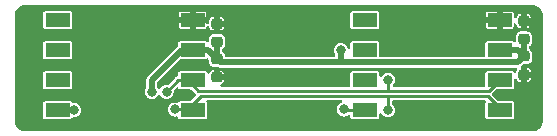
<source format=gbr>
%TF.GenerationSoftware,KiCad,Pcbnew,6.0.10-86aedd382b~118~ubuntu22.04.1*%
%TF.CreationDate,2023-03-14T18:26:23-07:00*%
%TF.ProjectId,pressure-spi-3,70726573-7375-4726-952d-7370692d332e,rev?*%
%TF.SameCoordinates,Original*%
%TF.FileFunction,Copper,L2,Bot*%
%TF.FilePolarity,Positive*%
%FSLAX46Y46*%
G04 Gerber Fmt 4.6, Leading zero omitted, Abs format (unit mm)*
G04 Created by KiCad (PCBNEW 6.0.10-86aedd382b~118~ubuntu22.04.1) date 2023-03-14 18:26:23*
%MOMM*%
%LPD*%
G01*
G04 APERTURE LIST*
G04 Aperture macros list*
%AMRoundRect*
0 Rectangle with rounded corners*
0 $1 Rounding radius*
0 $2 $3 $4 $5 $6 $7 $8 $9 X,Y pos of 4 corners*
0 Add a 4 corners polygon primitive as box body*
4,1,4,$2,$3,$4,$5,$6,$7,$8,$9,$2,$3,0*
0 Add four circle primitives for the rounded corners*
1,1,$1+$1,$2,$3*
1,1,$1+$1,$4,$5*
1,1,$1+$1,$6,$7*
1,1,$1+$1,$8,$9*
0 Add four rect primitives between the rounded corners*
20,1,$1+$1,$2,$3,$4,$5,0*
20,1,$1+$1,$4,$5,$6,$7,0*
20,1,$1+$1,$6,$7,$8,$9,0*
20,1,$1+$1,$8,$9,$2,$3,0*%
G04 Aperture macros list end*
%TA.AperFunction,SMDPad,CuDef*%
%ADD10RoundRect,0.225000X-0.250000X0.225000X-0.250000X-0.225000X0.250000X-0.225000X0.250000X0.225000X0*%
%TD*%
%TA.AperFunction,SMDPad,CuDef*%
%ADD11RoundRect,0.225000X0.250000X-0.225000X0.250000X0.225000X-0.250000X0.225000X-0.250000X-0.225000X0*%
%TD*%
%TA.AperFunction,SMDPad,CuDef*%
%ADD12R,2.032000X1.143000*%
%TD*%
%TA.AperFunction,ViaPad*%
%ADD13C,0.800000*%
%TD*%
%TA.AperFunction,Conductor*%
%ADD14C,0.500000*%
%TD*%
%TA.AperFunction,Conductor*%
%ADD15C,0.250000*%
%TD*%
G04 APERTURE END LIST*
D10*
%TO.P,C31,1*%
%TO.N,+3V3*%
X-5250000Y-4725000D03*
%TO.P,C31,2*%
%TO.N,GND*%
X-5250000Y-6275000D03*
%TD*%
%TO.P,C21,1*%
%TO.N,+3V3*%
X20750000Y-4500000D03*
%TO.P,C21,2*%
%TO.N,GND*%
X20750000Y-6050000D03*
%TD*%
D11*
%TO.P,C32,1*%
%TO.N,+3V3*%
X-5250000Y-3275000D03*
%TO.P,C32,2*%
%TO.N,GND*%
X-5250000Y-1725000D03*
%TD*%
D12*
%TO.P,U2,1,GND*%
%TO.N,GND*%
X18716000Y-1440000D03*
%TO.P,U2,2,VCC*%
%TO.N,+3V3*%
X18716000Y-3980000D03*
%TO.P,U2,3,MISO*%
%TO.N,/MISO*%
X18716000Y-6520000D03*
%TO.P,U2,4,SCLK*%
%TO.N,/SCLK*%
X18716000Y-9060000D03*
%TO.P,U2,5,SS*%
%TO.N,/!CS1*%
X7284000Y-9060000D03*
%TO.P,U2,6*%
%TO.N,N/C*%
X7284000Y-6520000D03*
%TO.P,U2,7*%
X7284000Y-3980000D03*
%TO.P,U2,8*%
X7284000Y-1440000D03*
%TD*%
D11*
%TO.P,C22,1*%
%TO.N,+3V3*%
X20750000Y-3050000D03*
%TO.P,C22,2*%
%TO.N,GND*%
X20750000Y-1500000D03*
%TD*%
D12*
%TO.P,U3,1,GND*%
%TO.N,GND*%
X-7284000Y-1440000D03*
%TO.P,U3,2,VCC*%
%TO.N,+3V3*%
X-7284000Y-3980000D03*
%TO.P,U3,3,MISO*%
%TO.N,/MISO*%
X-7284000Y-6520000D03*
%TO.P,U3,4,SCLK*%
%TO.N,/SCLK*%
X-7284000Y-9060000D03*
%TO.P,U3,5,SS*%
%TO.N,/!CS2*%
X-18716000Y-9060000D03*
%TO.P,U3,6*%
%TO.N,N/C*%
X-18716000Y-6520000D03*
%TO.P,U3,7*%
X-18716000Y-3980000D03*
%TO.P,U3,8*%
X-18716000Y-1440000D03*
%TD*%
D13*
%TO.N,+3V3*%
X5250000Y-4000000D03*
X-10750000Y-7500000D03*
%TO.N,GND*%
X-13000000Y-8750000D03*
X-13000000Y-1750000D03*
X21500000Y-1750000D03*
X-21750000Y-9500000D03*
X0Y-6250000D03*
X13000000Y-1750000D03*
X-21750000Y-1750000D03*
X0Y-1750000D03*
X21500000Y-9500000D03*
X13000000Y-9000000D03*
X0Y-8750000D03*
X13000000Y-6250000D03*
%TO.N,/!CS1*%
X5500000Y-9000000D03*
%TO.N,/MISO*%
X-9500000Y-7500000D03*
X9250000Y-6500000D03*
%TO.N,/SCLK*%
X9250000Y-9060000D03*
X-8750000Y-9000000D03*
%TO.N,/!CS2*%
X-17310000Y-9060000D03*
%TD*%
D14*
%TO.N,+3V3*%
X-7284000Y-3980000D02*
X-5995000Y-3980000D01*
X-5995000Y-3980000D02*
X-4973500Y-5001500D01*
X20248500Y-5001500D02*
X20750000Y-4500000D01*
X-4973500Y-5001500D02*
X20248500Y-5001500D01*
X-5250000Y-3275000D02*
X-5250000Y-4725000D01*
X18716000Y-3980000D02*
X20230000Y-3980000D01*
X20230000Y-3980000D02*
X20750000Y-4500000D01*
X20750000Y-4500000D02*
X20750000Y-3050000D01*
X5250000Y-4000000D02*
X5250000Y-5000000D01*
X5250000Y-5000000D02*
X5251500Y-5001500D01*
X-8230000Y-3980000D02*
X-7284000Y-3980000D01*
X-10750000Y-7500000D02*
X-10750000Y-6500000D01*
X-10750000Y-6500000D02*
X-8230000Y-3980000D01*
D15*
%TO.N,/!CS1*%
X7284000Y-9060000D02*
X5560000Y-9060000D01*
X5560000Y-9060000D02*
X5500000Y-9000000D01*
%TO.N,/MISO*%
X-6833500Y-7416500D02*
X17819500Y-7416500D01*
X-7284000Y-6520000D02*
X-7284000Y-6966000D01*
X-8520000Y-6520000D02*
X-7284000Y-6520000D01*
X9250000Y-7416500D02*
X9250000Y-6500000D01*
X9250000Y-6500000D02*
X9250000Y-6750000D01*
X-7284000Y-6966000D02*
X-6833500Y-7416500D01*
X17819500Y-7416500D02*
X18716000Y-6520000D01*
X-9500000Y-7500000D02*
X-8520000Y-6520000D01*
%TO.N,/SCLK*%
X9250000Y-9060000D02*
X9250000Y-7983000D01*
X9116500Y-7866500D02*
X9366500Y-7866500D01*
X-7284000Y-9060000D02*
X-7284000Y-8534000D01*
X-8750000Y-9000000D02*
X-7344000Y-9000000D01*
X-7344000Y-9000000D02*
X-7284000Y-9060000D01*
X9250000Y-7983000D02*
X9366500Y-7866500D01*
X18716000Y-8888000D02*
X18716000Y-9060000D01*
X17694500Y-7866500D02*
X18716000Y-8888000D01*
X-7284000Y-8534000D02*
X-6616500Y-7866500D01*
X-6616500Y-7866500D02*
X9116500Y-7866500D01*
X9366500Y-7866500D02*
X17694500Y-7866500D01*
%TO.N,/!CS2*%
X-17310000Y-9060000D02*
X-18716000Y-9060000D01*
%TD*%
%TA.AperFunction,Conductor*%
%TO.N,GND*%
G36*
X21471315Y-151516D02*
G01*
X21483978Y-151516D01*
X21500000Y-155809D01*
X21514178Y-152010D01*
X21516478Y-152123D01*
X21653379Y-165607D01*
X21677596Y-170423D01*
X21813219Y-211563D01*
X21836033Y-221013D01*
X21961017Y-287820D01*
X21981549Y-301539D01*
X22019781Y-332916D01*
X22091094Y-391441D01*
X22108559Y-408906D01*
X22198459Y-518448D01*
X22212180Y-538983D01*
X22278985Y-663964D01*
X22278986Y-663965D01*
X22288437Y-686781D01*
X22329577Y-822404D01*
X22334393Y-846621D01*
X22341435Y-918115D01*
X22347877Y-983522D01*
X22347990Y-985822D01*
X22344191Y-1000000D01*
X22348484Y-1016022D01*
X22348484Y-1028685D01*
X22349500Y-1036402D01*
X22349500Y-9963598D01*
X22348484Y-9971315D01*
X22348484Y-9983978D01*
X22344191Y-10000000D01*
X22347990Y-10014178D01*
X22347877Y-10016478D01*
X22334394Y-10153376D01*
X22329577Y-10177596D01*
X22288438Y-10313216D01*
X22278987Y-10336033D01*
X22212184Y-10461012D01*
X22212182Y-10461015D01*
X22198459Y-10481552D01*
X22108559Y-10591094D01*
X22091094Y-10608559D01*
X22019781Y-10667084D01*
X21981549Y-10698461D01*
X21961017Y-10712180D01*
X21836033Y-10778987D01*
X21813219Y-10788437D01*
X21677596Y-10829577D01*
X21653379Y-10834393D01*
X21517012Y-10847824D01*
X21516478Y-10847877D01*
X21514178Y-10847990D01*
X21500000Y-10844191D01*
X21483978Y-10848484D01*
X21471315Y-10848484D01*
X21463598Y-10849500D01*
X-21463598Y-10849500D01*
X-21471315Y-10848484D01*
X-21483978Y-10848484D01*
X-21500000Y-10844191D01*
X-21514178Y-10847990D01*
X-21516478Y-10847877D01*
X-21517012Y-10847824D01*
X-21653379Y-10834393D01*
X-21677602Y-10829575D01*
X-21813216Y-10788437D01*
X-21836036Y-10778985D01*
X-21961012Y-10712184D01*
X-21981549Y-10698461D01*
X-22091094Y-10608560D01*
X-22108560Y-10591094D01*
X-22198461Y-10481549D01*
X-22212184Y-10461012D01*
X-22278985Y-10336036D01*
X-22288437Y-10313216D01*
X-22329575Y-10177602D01*
X-22334394Y-10153376D01*
X-22347877Y-10016478D01*
X-22347990Y-10014178D01*
X-22344191Y-10000000D01*
X-22348484Y-9983978D01*
X-22348484Y-9971315D01*
X-22349500Y-9963598D01*
X-22349500Y-9651248D01*
X-19932500Y-9651248D01*
X-19920867Y-9709731D01*
X-19876552Y-9776052D01*
X-19810231Y-9820367D01*
X-19798062Y-9822788D01*
X-19798061Y-9822788D01*
X-19757816Y-9830793D01*
X-19751748Y-9832000D01*
X-17680252Y-9832000D01*
X-17674184Y-9830793D01*
X-17633939Y-9822788D01*
X-17633938Y-9822788D01*
X-17621769Y-9820367D01*
X-17555448Y-9776052D01*
X-17548557Y-9765739D01*
X-17548555Y-9765737D01*
X-17511347Y-9710052D01*
X-17456870Y-9664524D01*
X-17390136Y-9655132D01*
X-17348214Y-9660651D01*
X-17310000Y-9665682D01*
X-17301812Y-9664604D01*
X-17161426Y-9646122D01*
X-17153238Y-9645044D01*
X-17007159Y-9584536D01*
X-16881718Y-9488282D01*
X-16785464Y-9362841D01*
X-16724956Y-9216762D01*
X-16704318Y-9060000D01*
X-16724956Y-8903238D01*
X-16785464Y-8757159D01*
X-16881718Y-8631718D01*
X-17007159Y-8535464D01*
X-17134947Y-8482532D01*
X-17145609Y-8478116D01*
X-17153238Y-8474956D01*
X-17310000Y-8454318D01*
X-17318188Y-8455396D01*
X-17373546Y-8462684D01*
X-17390136Y-8464868D01*
X-17460285Y-8453929D01*
X-17511347Y-8409948D01*
X-17548555Y-8354263D01*
X-17548557Y-8354261D01*
X-17555448Y-8343948D01*
X-17621769Y-8299633D01*
X-17633938Y-8297212D01*
X-17633939Y-8297212D01*
X-17674184Y-8289207D01*
X-17680252Y-8288000D01*
X-19751748Y-8288000D01*
X-19757816Y-8289207D01*
X-19798061Y-8297212D01*
X-19798062Y-8297212D01*
X-19810231Y-8299633D01*
X-19876552Y-8343948D01*
X-19920867Y-8410269D01*
X-19932500Y-8468752D01*
X-19932500Y-9651248D01*
X-22349500Y-9651248D01*
X-22349500Y-7500000D01*
X-11355682Y-7500000D01*
X-11335044Y-7656762D01*
X-11274536Y-7802841D01*
X-11178282Y-7928282D01*
X-11052841Y-8024536D01*
X-10906762Y-8085044D01*
X-10750000Y-8105682D01*
X-10741812Y-8104604D01*
X-10601426Y-8086122D01*
X-10593238Y-8085044D01*
X-10447159Y-8024536D01*
X-10321718Y-7928282D01*
X-10225464Y-7802841D01*
X-10222799Y-7804886D01*
X-10182750Y-7766691D01*
X-10113038Y-7753246D01*
X-10047124Y-7779625D01*
X-10026020Y-7803980D01*
X-10024536Y-7802841D01*
X-9928282Y-7928282D01*
X-9802841Y-8024536D01*
X-9656762Y-8085044D01*
X-9500000Y-8105682D01*
X-9491812Y-8104604D01*
X-9351426Y-8086122D01*
X-9343238Y-8085044D01*
X-9197159Y-8024536D01*
X-9071718Y-7928282D01*
X-8975464Y-7802841D01*
X-8914956Y-7656762D01*
X-8894318Y-7500000D01*
X-8903118Y-7433158D01*
X-8892179Y-7363011D01*
X-8867291Y-7327617D01*
X-8684948Y-7145275D01*
X-8622636Y-7111250D01*
X-8551820Y-7116315D01*
X-8494985Y-7158862D01*
X-8488905Y-7169540D01*
X-8488867Y-7169731D01*
X-8444552Y-7236052D01*
X-8378231Y-7280367D01*
X-8366062Y-7282788D01*
X-8366061Y-7282788D01*
X-8325816Y-7290793D01*
X-8319748Y-7292000D01*
X-7470517Y-7292000D01*
X-7402396Y-7312002D01*
X-7381421Y-7328905D01*
X-7077599Y-7632728D01*
X-7070173Y-7640832D01*
X-7045955Y-7669694D01*
X-7048784Y-7672068D01*
X-7020371Y-7714790D01*
X-7019258Y-7785778D01*
X-7051601Y-7841275D01*
X-7461421Y-8251095D01*
X-7523733Y-8285121D01*
X-7550516Y-8288000D01*
X-8319748Y-8288000D01*
X-8325816Y-8289207D01*
X-8366061Y-8297212D01*
X-8366062Y-8297212D01*
X-8378231Y-8299633D01*
X-8444552Y-8343948D01*
X-8451443Y-8354261D01*
X-8451445Y-8354263D01*
X-8457842Y-8363837D01*
X-8512318Y-8409365D01*
X-8582762Y-8418213D01*
X-8588181Y-8417051D01*
X-8593238Y-8414956D01*
X-8601422Y-8413879D01*
X-8601424Y-8413878D01*
X-8741812Y-8395396D01*
X-8750000Y-8394318D01*
X-8906762Y-8414956D01*
X-9052841Y-8475464D01*
X-9178282Y-8571718D01*
X-9274536Y-8697159D01*
X-9335044Y-8843238D01*
X-9355682Y-9000000D01*
X-9335044Y-9156762D01*
X-9274536Y-9302841D01*
X-9178282Y-9428282D01*
X-9052841Y-9524536D01*
X-8906762Y-9585044D01*
X-8750000Y-9605682D01*
X-8632700Y-9590239D01*
X-8562553Y-9601178D01*
X-8509454Y-9648306D01*
X-8492676Y-9690582D01*
X-8488867Y-9709731D01*
X-8444552Y-9776052D01*
X-8378231Y-9820367D01*
X-8366062Y-9822788D01*
X-8366061Y-9822788D01*
X-8325816Y-9830793D01*
X-8319748Y-9832000D01*
X-6248252Y-9832000D01*
X-6242184Y-9830793D01*
X-6201939Y-9822788D01*
X-6201938Y-9822788D01*
X-6189769Y-9820367D01*
X-6123448Y-9776052D01*
X-6079133Y-9709731D01*
X-6067500Y-9651248D01*
X-6067500Y-8468752D01*
X-6079133Y-8410269D01*
X-6086027Y-8399952D01*
X-6086028Y-8399949D01*
X-6094010Y-8388003D01*
X-6115226Y-8320250D01*
X-6096444Y-8251783D01*
X-6043627Y-8204339D01*
X-5989246Y-8192000D01*
X5248056Y-8192000D01*
X5316177Y-8212002D01*
X5362670Y-8265658D01*
X5372774Y-8335932D01*
X5343280Y-8400512D01*
X5296273Y-8434409D01*
X5197159Y-8475464D01*
X5071718Y-8571718D01*
X4975464Y-8697159D01*
X4914956Y-8843238D01*
X4894318Y-9000000D01*
X4914956Y-9156762D01*
X4975464Y-9302841D01*
X5071718Y-9428282D01*
X5197159Y-9524536D01*
X5343238Y-9585044D01*
X5500000Y-9605682D01*
X5508188Y-9604604D01*
X5648574Y-9586122D01*
X5656762Y-9585044D01*
X5802841Y-9524536D01*
X5809394Y-9519508D01*
X5809397Y-9519506D01*
X5864796Y-9476997D01*
X5931016Y-9451396D01*
X6000565Y-9465661D01*
X6051361Y-9515262D01*
X6067500Y-9576959D01*
X6067500Y-9651248D01*
X6079133Y-9709731D01*
X6123448Y-9776052D01*
X6189769Y-9820367D01*
X6201938Y-9822788D01*
X6201939Y-9822788D01*
X6242184Y-9830793D01*
X6248252Y-9832000D01*
X8319748Y-9832000D01*
X8325816Y-9830793D01*
X8366061Y-9822788D01*
X8366062Y-9822788D01*
X8378231Y-9820367D01*
X8444552Y-9776052D01*
X8488867Y-9709731D01*
X8500500Y-9651248D01*
X8500500Y-9440847D01*
X8520502Y-9372726D01*
X8574158Y-9326233D01*
X8644432Y-9316129D01*
X8709012Y-9345623D01*
X8726463Y-9364143D01*
X8775679Y-9428282D01*
X8821718Y-9488282D01*
X8947159Y-9584536D01*
X9093238Y-9645044D01*
X9250000Y-9665682D01*
X9258188Y-9664604D01*
X9398574Y-9646122D01*
X9406762Y-9645044D01*
X9552841Y-9584536D01*
X9678282Y-9488282D01*
X9774536Y-9362841D01*
X9835044Y-9216762D01*
X9855682Y-9060000D01*
X9835044Y-8903238D01*
X9774536Y-8757159D01*
X9678282Y-8631718D01*
X9624796Y-8590677D01*
X9582929Y-8533339D01*
X9575500Y-8490714D01*
X9575500Y-8318000D01*
X9595502Y-8249879D01*
X9649158Y-8203386D01*
X9701500Y-8192000D01*
X17421246Y-8192000D01*
X17489367Y-8212002D01*
X17535860Y-8265658D01*
X17545964Y-8335932D01*
X17526010Y-8388003D01*
X17518028Y-8399949D01*
X17518027Y-8399952D01*
X17511133Y-8410269D01*
X17499500Y-8468752D01*
X17499500Y-9651248D01*
X17511133Y-9709731D01*
X17555448Y-9776052D01*
X17621769Y-9820367D01*
X17633938Y-9822788D01*
X17633939Y-9822788D01*
X17674184Y-9830793D01*
X17680252Y-9832000D01*
X19751748Y-9832000D01*
X19757816Y-9830793D01*
X19798061Y-9822788D01*
X19798062Y-9822788D01*
X19810231Y-9820367D01*
X19876552Y-9776052D01*
X19920867Y-9709731D01*
X19932500Y-9651248D01*
X19932500Y-8468752D01*
X19920867Y-8410269D01*
X19876552Y-8343948D01*
X19810231Y-8299633D01*
X19798062Y-8297212D01*
X19798061Y-8297212D01*
X19757816Y-8289207D01*
X19751748Y-8288000D01*
X18628517Y-8288000D01*
X18560396Y-8267998D01*
X18539422Y-8251095D01*
X18081422Y-7793095D01*
X18047396Y-7730783D01*
X18052461Y-7659968D01*
X18081421Y-7614905D01*
X18367422Y-7328904D01*
X18429733Y-7294880D01*
X18456516Y-7292000D01*
X19751748Y-7292000D01*
X19757816Y-7290793D01*
X19798061Y-7282788D01*
X19798062Y-7282788D01*
X19810231Y-7280367D01*
X19876552Y-7236052D01*
X19920867Y-7169731D01*
X19932500Y-7111248D01*
X19932500Y-6512601D01*
X19952502Y-6444480D01*
X20006158Y-6397987D01*
X20076432Y-6387883D01*
X20141012Y-6417377D01*
X20171603Y-6457070D01*
X20186281Y-6486966D01*
X20198241Y-6503671D01*
X20271855Y-6577157D01*
X20288582Y-6589089D01*
X20382598Y-6635044D01*
X20401065Y-6640752D01*
X20459931Y-6649340D01*
X20469031Y-6650000D01*
X20477885Y-6650000D01*
X20493124Y-6645525D01*
X20494329Y-6644135D01*
X20496000Y-6636452D01*
X20496000Y-6631885D01*
X21004000Y-6631885D01*
X21008475Y-6647124D01*
X21009865Y-6648329D01*
X21017548Y-6650000D01*
X21030936Y-6650000D01*
X21040097Y-6649330D01*
X21099565Y-6640576D01*
X21118039Y-6634835D01*
X21211966Y-6588719D01*
X21228671Y-6576759D01*
X21302157Y-6503145D01*
X21314089Y-6486418D01*
X21360044Y-6392402D01*
X21365752Y-6373935D01*
X21373872Y-6318274D01*
X21370525Y-6306876D01*
X21369135Y-6305671D01*
X21361452Y-6304000D01*
X21022115Y-6304000D01*
X21006876Y-6308475D01*
X21005671Y-6309865D01*
X21004000Y-6317548D01*
X21004000Y-6631885D01*
X20496000Y-6631885D01*
X20496000Y-5777885D01*
X21004000Y-5777885D01*
X21008475Y-5793124D01*
X21009865Y-5794329D01*
X21017548Y-5796000D01*
X21356885Y-5796000D01*
X21372124Y-5791525D01*
X21373329Y-5790135D01*
X21374364Y-5785375D01*
X21374330Y-5784903D01*
X21365576Y-5725435D01*
X21359835Y-5706961D01*
X21313719Y-5613034D01*
X21301759Y-5596329D01*
X21228145Y-5522843D01*
X21211418Y-5510911D01*
X21117402Y-5464956D01*
X21098935Y-5459248D01*
X21040069Y-5450660D01*
X21030969Y-5450000D01*
X21022115Y-5450000D01*
X21006876Y-5454475D01*
X21005671Y-5455865D01*
X21004000Y-5463548D01*
X21004000Y-5777885D01*
X20496000Y-5777885D01*
X20496000Y-5450000D01*
X20499582Y-5450000D01*
X20499585Y-5409307D01*
X20531383Y-5355720D01*
X20558555Y-5328548D01*
X20562121Y-5325118D01*
X20597141Y-5292746D01*
X20604056Y-5286354D01*
X20607749Y-5279995D01*
X20613266Y-5273837D01*
X20699698Y-5187405D01*
X20762010Y-5153379D01*
X20788793Y-5150500D01*
X21033488Y-5150500D01*
X21093851Y-5140940D01*
X21123335Y-5136270D01*
X21123337Y-5136269D01*
X21133126Y-5134719D01*
X21253220Y-5073528D01*
X21348528Y-4978220D01*
X21409719Y-4858126D01*
X21425500Y-4758488D01*
X21425500Y-4241512D01*
X21413285Y-4164391D01*
X21411270Y-4151665D01*
X21411269Y-4151663D01*
X21409719Y-4141874D01*
X21348528Y-4021780D01*
X21253220Y-3926472D01*
X21250218Y-3924942D01*
X21209086Y-3871602D01*
X21200500Y-3825887D01*
X21200500Y-3724113D01*
X21220502Y-3655992D01*
X21249255Y-3625548D01*
X21253220Y-3623528D01*
X21348528Y-3528220D01*
X21409719Y-3408126D01*
X21425500Y-3308488D01*
X21425500Y-2791512D01*
X21409719Y-2691874D01*
X21348528Y-2571780D01*
X21253220Y-2476472D01*
X21133126Y-2415281D01*
X21123337Y-2413731D01*
X21123335Y-2413730D01*
X21093851Y-2409060D01*
X21033488Y-2399500D01*
X20466512Y-2399500D01*
X20406149Y-2409060D01*
X20376665Y-2413730D01*
X20376663Y-2413731D01*
X20366874Y-2415281D01*
X20246780Y-2476472D01*
X20151472Y-2571780D01*
X20090281Y-2691874D01*
X20074500Y-2791512D01*
X20074500Y-3161128D01*
X20054498Y-3229249D01*
X20000842Y-3275742D01*
X19930568Y-3285846D01*
X19877971Y-3261825D01*
X19876552Y-3263948D01*
X19820547Y-3226526D01*
X19810231Y-3219633D01*
X19798062Y-3217212D01*
X19798061Y-3217212D01*
X19757816Y-3209207D01*
X19751748Y-3208000D01*
X17680252Y-3208000D01*
X17674184Y-3209207D01*
X17633939Y-3217212D01*
X17633938Y-3217212D01*
X17621769Y-3219633D01*
X17555448Y-3263948D01*
X17511133Y-3330269D01*
X17499500Y-3388752D01*
X17499500Y-4425000D01*
X17479498Y-4493121D01*
X17425842Y-4539614D01*
X17373500Y-4551000D01*
X8626500Y-4551000D01*
X8558379Y-4530998D01*
X8511886Y-4477342D01*
X8500500Y-4425000D01*
X8500500Y-3388752D01*
X8488867Y-3330269D01*
X8444552Y-3263948D01*
X8378231Y-3219633D01*
X8366062Y-3217212D01*
X8366061Y-3217212D01*
X8325816Y-3209207D01*
X8319748Y-3208000D01*
X6248252Y-3208000D01*
X6242184Y-3209207D01*
X6201939Y-3217212D01*
X6201938Y-3217212D01*
X6189769Y-3219633D01*
X6123448Y-3263948D01*
X6079133Y-3330269D01*
X6067500Y-3388752D01*
X6067500Y-3770991D01*
X6047498Y-3839112D01*
X5993842Y-3885605D01*
X5923568Y-3895709D01*
X5858988Y-3866215D01*
X5825091Y-3819209D01*
X5794099Y-3744388D01*
X5774536Y-3697159D01*
X5678282Y-3571718D01*
X5552841Y-3475464D01*
X5406762Y-3414956D01*
X5250000Y-3394318D01*
X5093238Y-3414956D01*
X4947159Y-3475464D01*
X4821718Y-3571718D01*
X4725464Y-3697159D01*
X4664956Y-3843238D01*
X4644318Y-4000000D01*
X4664956Y-4156762D01*
X4725464Y-4302841D01*
X4730492Y-4309394D01*
X4730494Y-4309397D01*
X4760342Y-4348296D01*
X4785943Y-4414516D01*
X4771678Y-4484065D01*
X4722077Y-4534861D01*
X4660380Y-4551000D01*
X-4453504Y-4551000D01*
X-4521625Y-4530998D01*
X-4568118Y-4477342D01*
X-4577953Y-4444710D01*
X-4588730Y-4376666D01*
X-4588730Y-4376665D01*
X-4590281Y-4366874D01*
X-4651472Y-4246780D01*
X-4746780Y-4151472D01*
X-4749782Y-4149942D01*
X-4790914Y-4096602D01*
X-4799500Y-4050887D01*
X-4799500Y-3949113D01*
X-4779498Y-3880992D01*
X-4750745Y-3850548D01*
X-4746780Y-3848528D01*
X-4651472Y-3753220D01*
X-4590281Y-3633126D01*
X-4588546Y-3622176D01*
X-4580555Y-3571718D01*
X-4574500Y-3533488D01*
X-4574500Y-3016512D01*
X-4590281Y-2916874D01*
X-4651472Y-2796780D01*
X-4746780Y-2701472D01*
X-4866874Y-2640281D01*
X-4876663Y-2638731D01*
X-4876665Y-2638730D01*
X-4906149Y-2634060D01*
X-4966512Y-2624500D01*
X-5533488Y-2624500D01*
X-5593851Y-2634060D01*
X-5623335Y-2638730D01*
X-5623337Y-2638731D01*
X-5633126Y-2640281D01*
X-5753220Y-2701472D01*
X-5848528Y-2796780D01*
X-5909719Y-2916874D01*
X-5925500Y-3016512D01*
X-5925500Y-3161128D01*
X-5945502Y-3229249D01*
X-5999158Y-3275742D01*
X-6069432Y-3285846D01*
X-6122029Y-3261825D01*
X-6123448Y-3263948D01*
X-6179453Y-3226526D01*
X-6189769Y-3219633D01*
X-6201938Y-3217212D01*
X-6201939Y-3217212D01*
X-6242184Y-3209207D01*
X-6248252Y-3208000D01*
X-8319748Y-3208000D01*
X-8325816Y-3209207D01*
X-8366061Y-3217212D01*
X-8366062Y-3217212D01*
X-8378231Y-3219633D01*
X-8444552Y-3263948D01*
X-8488867Y-3330269D01*
X-8500500Y-3388752D01*
X-8500500Y-3561207D01*
X-8520502Y-3629328D01*
X-8537405Y-3650302D01*
X-8540055Y-3652952D01*
X-8543620Y-3656381D01*
X-8585556Y-3695146D01*
X-8589249Y-3701505D01*
X-8594766Y-3707663D01*
X-11044350Y-6157247D01*
X-11055439Y-6167101D01*
X-11074709Y-6182293D01*
X-11074711Y-6182295D01*
X-11082110Y-6188128D01*
X-11087465Y-6195875D01*
X-11087466Y-6195877D01*
X-11115455Y-6236375D01*
X-11117750Y-6239587D01*
X-11152634Y-6286816D01*
X-11155027Y-6293632D01*
X-11159131Y-6299569D01*
X-11161971Y-6308549D01*
X-11161972Y-6308551D01*
X-11164817Y-6317548D01*
X-11175531Y-6351426D01*
X-11176818Y-6355495D01*
X-11178071Y-6359250D01*
X-11197519Y-6414631D01*
X-11197801Y-6421819D01*
X-11197812Y-6421878D01*
X-11199980Y-6428730D01*
X-11200500Y-6435337D01*
X-11200500Y-6488016D01*
X-11200597Y-6492962D01*
X-11202838Y-6549994D01*
X-11200954Y-6557100D01*
X-11200500Y-6565347D01*
X-11200500Y-7057901D01*
X-11220502Y-7126022D01*
X-11226537Y-7134605D01*
X-11274536Y-7197159D01*
X-11335044Y-7343238D01*
X-11355682Y-7500000D01*
X-22349500Y-7500000D01*
X-22349500Y-7111248D01*
X-19932500Y-7111248D01*
X-19920867Y-7169731D01*
X-19876552Y-7236052D01*
X-19810231Y-7280367D01*
X-19798062Y-7282788D01*
X-19798061Y-7282788D01*
X-19757816Y-7290793D01*
X-19751748Y-7292000D01*
X-17680252Y-7292000D01*
X-17674184Y-7290793D01*
X-17633939Y-7282788D01*
X-17633938Y-7282788D01*
X-17621769Y-7280367D01*
X-17555448Y-7236052D01*
X-17511133Y-7169731D01*
X-17499500Y-7111248D01*
X-17499500Y-5928752D01*
X-17506349Y-5894318D01*
X-17508712Y-5882439D01*
X-17508712Y-5882438D01*
X-17511133Y-5870269D01*
X-17527153Y-5846293D01*
X-17548557Y-5814261D01*
X-17555448Y-5803948D01*
X-17621769Y-5759633D01*
X-17633938Y-5757212D01*
X-17633939Y-5757212D01*
X-17674184Y-5749207D01*
X-17680252Y-5748000D01*
X-19751748Y-5748000D01*
X-19757816Y-5749207D01*
X-19798061Y-5757212D01*
X-19798062Y-5757212D01*
X-19810231Y-5759633D01*
X-19876552Y-5803948D01*
X-19883443Y-5814261D01*
X-19904846Y-5846293D01*
X-19920867Y-5870269D01*
X-19923288Y-5882438D01*
X-19923288Y-5882439D01*
X-19925651Y-5894318D01*
X-19932500Y-5928752D01*
X-19932500Y-7111248D01*
X-22349500Y-7111248D01*
X-22349500Y-4571248D01*
X-19932500Y-4571248D01*
X-19920867Y-4629731D01*
X-19876552Y-4696052D01*
X-19810231Y-4740367D01*
X-19798062Y-4742788D01*
X-19798061Y-4742788D01*
X-19757816Y-4750793D01*
X-19751748Y-4752000D01*
X-17680252Y-4752000D01*
X-17674184Y-4750793D01*
X-17633939Y-4742788D01*
X-17633938Y-4742788D01*
X-17621769Y-4740367D01*
X-17555448Y-4696052D01*
X-17511133Y-4629731D01*
X-17499500Y-4571248D01*
X-17499500Y-3388752D01*
X-17511133Y-3330269D01*
X-17555448Y-3263948D01*
X-17621769Y-3219633D01*
X-17633938Y-3217212D01*
X-17633939Y-3217212D01*
X-17674184Y-3209207D01*
X-17680252Y-3208000D01*
X-19751748Y-3208000D01*
X-19757816Y-3209207D01*
X-19798061Y-3217212D01*
X-19798062Y-3217212D01*
X-19810231Y-3219633D01*
X-19876552Y-3263948D01*
X-19920867Y-3330269D01*
X-19932500Y-3388752D01*
X-19932500Y-4571248D01*
X-22349500Y-4571248D01*
X-22349500Y-2031248D01*
X-19932500Y-2031248D01*
X-19920867Y-2089731D01*
X-19913974Y-2100047D01*
X-19897863Y-2124158D01*
X-19876552Y-2156052D01*
X-19810231Y-2200367D01*
X-19798062Y-2202788D01*
X-19798061Y-2202788D01*
X-19757816Y-2210793D01*
X-19751748Y-2212000D01*
X-17680252Y-2212000D01*
X-17674184Y-2210793D01*
X-17633939Y-2202788D01*
X-17633938Y-2202788D01*
X-17621769Y-2200367D01*
X-17555448Y-2156052D01*
X-17534137Y-2124158D01*
X-17518026Y-2100047D01*
X-17511133Y-2089731D01*
X-17499500Y-2031248D01*
X-17499500Y-2020086D01*
X-8449999Y-2020086D01*
X-8448791Y-2032346D01*
X-8443718Y-2057852D01*
X-8434401Y-2080348D01*
X-8415037Y-2109328D01*
X-8397828Y-2126537D01*
X-8368844Y-2145904D01*
X-8346358Y-2155218D01*
X-8320842Y-2160293D01*
X-8308588Y-2161500D01*
X-7556115Y-2161500D01*
X-7540876Y-2157025D01*
X-7539671Y-2155635D01*
X-7538000Y-2147952D01*
X-7538000Y-2143384D01*
X-7030000Y-2143384D01*
X-7025525Y-2158623D01*
X-7024135Y-2159828D01*
X-7016452Y-2161499D01*
X-6259414Y-2161499D01*
X-6247154Y-2160291D01*
X-6221648Y-2155218D01*
X-6199152Y-2145901D01*
X-6170172Y-2126537D01*
X-6152963Y-2109328D01*
X-6133596Y-2080344D01*
X-6124282Y-2057858D01*
X-6119208Y-2032348D01*
X-6119143Y-2031687D01*
X-6119012Y-2031362D01*
X-6118000Y-2026275D01*
X-6117035Y-2026467D01*
X-6092564Y-1965853D01*
X-6034612Y-1924840D01*
X-5963686Y-1921669D01*
X-5902305Y-1957346D01*
X-5869093Y-2025679D01*
X-5865578Y-2049559D01*
X-5859835Y-2068039D01*
X-5813719Y-2161966D01*
X-5801759Y-2178671D01*
X-5728145Y-2252157D01*
X-5711418Y-2264089D01*
X-5617402Y-2310044D01*
X-5598935Y-2315752D01*
X-5540069Y-2324340D01*
X-5530969Y-2325000D01*
X-5522115Y-2325000D01*
X-5506876Y-2320525D01*
X-5505671Y-2319135D01*
X-5504000Y-2311452D01*
X-5504000Y-2306885D01*
X-4996000Y-2306885D01*
X-4991525Y-2322124D01*
X-4990135Y-2323329D01*
X-4982452Y-2325000D01*
X-4969064Y-2325000D01*
X-4959903Y-2324330D01*
X-4900435Y-2315576D01*
X-4881961Y-2309835D01*
X-4788034Y-2263719D01*
X-4771329Y-2251759D01*
X-4697843Y-2178145D01*
X-4685911Y-2161418D01*
X-4639956Y-2067402D01*
X-4634248Y-2048935D01*
X-4631668Y-2031248D01*
X6067500Y-2031248D01*
X6079133Y-2089731D01*
X6086026Y-2100047D01*
X6102137Y-2124158D01*
X6123448Y-2156052D01*
X6189769Y-2200367D01*
X6201938Y-2202788D01*
X6201939Y-2202788D01*
X6242184Y-2210793D01*
X6248252Y-2212000D01*
X8319748Y-2212000D01*
X8325816Y-2210793D01*
X8366061Y-2202788D01*
X8366062Y-2202788D01*
X8378231Y-2200367D01*
X8444552Y-2156052D01*
X8465863Y-2124158D01*
X8481974Y-2100047D01*
X8488867Y-2089731D01*
X8500500Y-2031248D01*
X8500500Y-2020086D01*
X17550001Y-2020086D01*
X17551209Y-2032346D01*
X17556282Y-2057852D01*
X17565599Y-2080348D01*
X17584963Y-2109328D01*
X17602172Y-2126537D01*
X17631156Y-2145904D01*
X17653642Y-2155218D01*
X17679158Y-2160293D01*
X17691412Y-2161500D01*
X18443885Y-2161500D01*
X18459124Y-2157025D01*
X18460329Y-2155635D01*
X18462000Y-2147952D01*
X18462000Y-2143384D01*
X18970000Y-2143384D01*
X18974475Y-2158623D01*
X18975865Y-2159828D01*
X18983548Y-2161499D01*
X19740586Y-2161499D01*
X19752846Y-2160291D01*
X19778352Y-2155218D01*
X19800848Y-2145901D01*
X19829828Y-2126537D01*
X19847037Y-2109328D01*
X19866404Y-2080344D01*
X19875718Y-2057858D01*
X19880793Y-2032342D01*
X19882000Y-2020088D01*
X19882000Y-1830908D01*
X19902002Y-1762787D01*
X19955658Y-1716294D01*
X20025932Y-1706190D01*
X20090512Y-1735684D01*
X20128896Y-1795410D01*
X20132657Y-1812559D01*
X20134424Y-1824564D01*
X20140165Y-1843039D01*
X20186281Y-1936966D01*
X20198241Y-1953671D01*
X20271855Y-2027157D01*
X20288582Y-2039089D01*
X20382598Y-2085044D01*
X20401065Y-2090752D01*
X20459931Y-2099340D01*
X20469031Y-2100000D01*
X20477885Y-2100000D01*
X20493124Y-2095525D01*
X20494329Y-2094135D01*
X20496000Y-2086452D01*
X20496000Y-2081885D01*
X21004000Y-2081885D01*
X21008475Y-2097124D01*
X21009865Y-2098329D01*
X21017548Y-2100000D01*
X21030936Y-2100000D01*
X21040097Y-2099330D01*
X21099565Y-2090576D01*
X21118039Y-2084835D01*
X21211966Y-2038719D01*
X21228671Y-2026759D01*
X21302157Y-1953145D01*
X21314089Y-1936418D01*
X21360044Y-1842402D01*
X21365752Y-1823935D01*
X21373872Y-1768274D01*
X21370525Y-1756876D01*
X21369135Y-1755671D01*
X21361452Y-1754000D01*
X21022115Y-1754000D01*
X21006876Y-1758475D01*
X21005671Y-1759865D01*
X21004000Y-1767548D01*
X21004000Y-2081885D01*
X20496000Y-2081885D01*
X20496000Y-1227885D01*
X21004000Y-1227885D01*
X21008475Y-1243124D01*
X21009865Y-1244329D01*
X21017548Y-1246000D01*
X21356885Y-1246000D01*
X21372124Y-1241525D01*
X21373329Y-1240135D01*
X21374364Y-1235375D01*
X21374330Y-1234903D01*
X21365576Y-1175435D01*
X21359835Y-1156961D01*
X21313719Y-1063034D01*
X21301759Y-1046329D01*
X21228145Y-972843D01*
X21211418Y-960911D01*
X21117402Y-914956D01*
X21098935Y-909248D01*
X21040069Y-900660D01*
X21030969Y-900000D01*
X21022115Y-900000D01*
X21006876Y-904475D01*
X21005671Y-905865D01*
X21004000Y-913548D01*
X21004000Y-1227885D01*
X20496000Y-1227885D01*
X20496000Y-918115D01*
X20491525Y-902876D01*
X20490135Y-901671D01*
X20482452Y-900000D01*
X20469064Y-900000D01*
X20459903Y-900670D01*
X20400435Y-909424D01*
X20381961Y-915165D01*
X20288034Y-961281D01*
X20271329Y-973241D01*
X20197843Y-1046855D01*
X20185911Y-1063582D01*
X20139956Y-1157598D01*
X20134248Y-1176065D01*
X20132679Y-1186820D01*
X20103052Y-1251339D01*
X20043246Y-1289599D01*
X19972250Y-1289451D01*
X19912603Y-1250944D01*
X19883245Y-1186302D01*
X19881999Y-1168629D01*
X19881999Y-859914D01*
X19880791Y-847654D01*
X19875718Y-822148D01*
X19866401Y-799652D01*
X19847037Y-770672D01*
X19829828Y-753463D01*
X19800844Y-734096D01*
X19778358Y-724782D01*
X19752842Y-719707D01*
X19740588Y-718500D01*
X18988115Y-718500D01*
X18972876Y-722975D01*
X18971671Y-724365D01*
X18970000Y-732048D01*
X18970000Y-2143384D01*
X18462000Y-2143384D01*
X18462000Y-1712115D01*
X18457525Y-1696876D01*
X18456135Y-1695671D01*
X18448452Y-1694000D01*
X17568116Y-1694000D01*
X17552877Y-1698475D01*
X17551672Y-1699865D01*
X17550001Y-1707548D01*
X17550001Y-2020086D01*
X8500500Y-2020086D01*
X8500500Y-1167885D01*
X17550000Y-1167885D01*
X17554475Y-1183124D01*
X17555865Y-1184329D01*
X17563548Y-1186000D01*
X18443885Y-1186000D01*
X18459124Y-1181525D01*
X18460329Y-1180135D01*
X18462000Y-1172452D01*
X18462000Y-736616D01*
X18457525Y-721377D01*
X18456135Y-720172D01*
X18448452Y-718501D01*
X17691414Y-718501D01*
X17679154Y-719709D01*
X17653648Y-724782D01*
X17631152Y-734099D01*
X17602172Y-753463D01*
X17584963Y-770672D01*
X17565596Y-799656D01*
X17556282Y-822142D01*
X17551207Y-847658D01*
X17550000Y-859912D01*
X17550000Y-1167885D01*
X8500500Y-1167885D01*
X8500500Y-848752D01*
X8488867Y-790269D01*
X8475773Y-770672D01*
X8451443Y-734261D01*
X8444552Y-723948D01*
X8378231Y-679633D01*
X8366062Y-677212D01*
X8366061Y-677212D01*
X8325816Y-669207D01*
X8319748Y-668000D01*
X6248252Y-668000D01*
X6242184Y-669207D01*
X6201939Y-677212D01*
X6201938Y-677212D01*
X6189769Y-679633D01*
X6123448Y-723948D01*
X6116557Y-734261D01*
X6092228Y-770672D01*
X6079133Y-790269D01*
X6067500Y-848752D01*
X6067500Y-2031248D01*
X-4631668Y-2031248D01*
X-4626128Y-1993274D01*
X-4629475Y-1981876D01*
X-4630865Y-1980671D01*
X-4638548Y-1979000D01*
X-4977885Y-1979000D01*
X-4993124Y-1983475D01*
X-4994329Y-1984865D01*
X-4996000Y-1992548D01*
X-4996000Y-2306885D01*
X-5504000Y-2306885D01*
X-5504000Y-1452885D01*
X-4996000Y-1452885D01*
X-4991525Y-1468124D01*
X-4990135Y-1469329D01*
X-4982452Y-1471000D01*
X-4643115Y-1471000D01*
X-4627876Y-1466525D01*
X-4626671Y-1465135D01*
X-4625636Y-1460375D01*
X-4625670Y-1459903D01*
X-4634424Y-1400435D01*
X-4640165Y-1381961D01*
X-4686281Y-1288034D01*
X-4698241Y-1271329D01*
X-4771855Y-1197843D01*
X-4788582Y-1185911D01*
X-4882598Y-1139956D01*
X-4901065Y-1134248D01*
X-4959931Y-1125660D01*
X-4969031Y-1125000D01*
X-4977885Y-1125000D01*
X-4993124Y-1129475D01*
X-4994329Y-1130865D01*
X-4996000Y-1138548D01*
X-4996000Y-1452885D01*
X-5504000Y-1452885D01*
X-5504000Y-1143115D01*
X-5508475Y-1127876D01*
X-5509865Y-1126671D01*
X-5517548Y-1125000D01*
X-5530936Y-1125000D01*
X-5540097Y-1125670D01*
X-5599565Y-1134424D01*
X-5618039Y-1140165D01*
X-5711966Y-1186281D01*
X-5728671Y-1198241D01*
X-5802157Y-1271855D01*
X-5814089Y-1288582D01*
X-5860044Y-1382598D01*
X-5865752Y-1401065D01*
X-5874340Y-1459931D01*
X-5875000Y-1469031D01*
X-5875000Y-1663349D01*
X-5895002Y-1731470D01*
X-5948658Y-1777963D01*
X-6018932Y-1788067D01*
X-6083512Y-1758573D01*
X-6121896Y-1698847D01*
X-6122475Y-1696876D01*
X-6123865Y-1695671D01*
X-6131548Y-1694000D01*
X-7011885Y-1694000D01*
X-7027124Y-1698475D01*
X-7028329Y-1699865D01*
X-7030000Y-1707548D01*
X-7030000Y-2143384D01*
X-7538000Y-2143384D01*
X-7538000Y-1712115D01*
X-7542475Y-1696876D01*
X-7543865Y-1695671D01*
X-7551548Y-1694000D01*
X-8431884Y-1694000D01*
X-8447123Y-1698475D01*
X-8448328Y-1699865D01*
X-8449999Y-1707548D01*
X-8449999Y-2020086D01*
X-17499500Y-2020086D01*
X-17499500Y-1167885D01*
X-8450000Y-1167885D01*
X-8445525Y-1183124D01*
X-8444135Y-1184329D01*
X-8436452Y-1186000D01*
X-7556115Y-1186000D01*
X-7540876Y-1181525D01*
X-7539671Y-1180135D01*
X-7538000Y-1172452D01*
X-7538000Y-1167885D01*
X-7030000Y-1167885D01*
X-7025525Y-1183124D01*
X-7024135Y-1184329D01*
X-7016452Y-1186000D01*
X-6136116Y-1186000D01*
X-6120877Y-1181525D01*
X-6119672Y-1180135D01*
X-6118001Y-1172452D01*
X-6118001Y-859914D01*
X-6119209Y-847654D01*
X-6124282Y-822148D01*
X-6133599Y-799652D01*
X-6152963Y-770672D01*
X-6170172Y-753463D01*
X-6199156Y-734096D01*
X-6221642Y-724782D01*
X-6247158Y-719707D01*
X-6259412Y-718500D01*
X-7011885Y-718500D01*
X-7027124Y-722975D01*
X-7028329Y-724365D01*
X-7030000Y-732048D01*
X-7030000Y-1167885D01*
X-7538000Y-1167885D01*
X-7538000Y-736616D01*
X-7542475Y-721377D01*
X-7543865Y-720172D01*
X-7551548Y-718501D01*
X-8308586Y-718501D01*
X-8320846Y-719709D01*
X-8346352Y-724782D01*
X-8368848Y-734099D01*
X-8397828Y-753463D01*
X-8415037Y-770672D01*
X-8434404Y-799656D01*
X-8443718Y-822142D01*
X-8448793Y-847658D01*
X-8450000Y-859912D01*
X-8450000Y-1167885D01*
X-17499500Y-1167885D01*
X-17499500Y-848752D01*
X-17511133Y-790269D01*
X-17524227Y-770672D01*
X-17548557Y-734261D01*
X-17555448Y-723948D01*
X-17621769Y-679633D01*
X-17633938Y-677212D01*
X-17633939Y-677212D01*
X-17674184Y-669207D01*
X-17680252Y-668000D01*
X-19751748Y-668000D01*
X-19757816Y-669207D01*
X-19798061Y-677212D01*
X-19798062Y-677212D01*
X-19810231Y-679633D01*
X-19876552Y-723948D01*
X-19883443Y-734261D01*
X-19907772Y-770672D01*
X-19920867Y-790269D01*
X-19932500Y-848752D01*
X-19932500Y-2031248D01*
X-22349500Y-2031248D01*
X-22349500Y-1036402D01*
X-22348484Y-1028685D01*
X-22348484Y-1016022D01*
X-22344191Y-1000000D01*
X-22347990Y-985822D01*
X-22347877Y-983522D01*
X-22341435Y-918115D01*
X-22334393Y-846621D01*
X-22329575Y-822398D01*
X-22288437Y-686784D01*
X-22278985Y-663964D01*
X-22212184Y-538988D01*
X-22198461Y-518451D01*
X-22108560Y-408906D01*
X-22091094Y-391440D01*
X-21981549Y-301539D01*
X-21961012Y-287816D01*
X-21836036Y-221015D01*
X-21813216Y-211563D01*
X-21677602Y-170425D01*
X-21653379Y-165607D01*
X-21516478Y-152123D01*
X-21514178Y-152010D01*
X-21500000Y-155809D01*
X-21483978Y-151516D01*
X-21471315Y-151516D01*
X-21463598Y-150500D01*
X21463598Y-150500D01*
X21471315Y-151516D01*
G37*
%TD.AperFunction*%
%TA.AperFunction,Conductor*%
G36*
X-6007468Y-4680816D02*
G01*
X-5950632Y-4723363D01*
X-5925821Y-4789883D01*
X-5925500Y-4798872D01*
X-5925500Y-4983488D01*
X-5909719Y-5083126D01*
X-5848528Y-5203220D01*
X-5753220Y-5298528D01*
X-5633126Y-5359719D01*
X-5623337Y-5361269D01*
X-5623335Y-5361270D01*
X-5594890Y-5365775D01*
X-5533488Y-5375500D01*
X-5266939Y-5375500D01*
X-5202711Y-5394359D01*
X-5202589Y-5394129D01*
X-5201462Y-5394726D01*
X-5198818Y-5395502D01*
X-5194923Y-5398187D01*
X-5194261Y-5398538D01*
X-5186684Y-5404134D01*
X-5179868Y-5406527D01*
X-5173931Y-5410631D01*
X-5164951Y-5413471D01*
X-5164949Y-5413472D01*
X-5144783Y-5419850D01*
X-5117981Y-5428326D01*
X-5114250Y-5429571D01*
X-5067763Y-5445896D01*
X-5067761Y-5445896D01*
X-5058869Y-5449019D01*
X-5051679Y-5449301D01*
X-5051624Y-5449312D01*
X-5044770Y-5451480D01*
X-5042785Y-5451636D01*
X-4981610Y-5483337D01*
X-4946241Y-5544896D01*
X-4947184Y-5563860D01*
X-4928892Y-5507120D01*
X-4874034Y-5462052D01*
X-4824719Y-5452000D01*
X5199390Y-5452000D01*
X5205937Y-5452257D01*
X5214255Y-5454185D01*
X5223651Y-5453520D01*
X5223654Y-5453520D01*
X5234903Y-5452723D01*
X5237080Y-5452569D01*
X5250923Y-5452351D01*
X5301494Y-5454338D01*
X5308600Y-5452454D01*
X5316844Y-5452000D01*
X20063057Y-5452000D01*
X20131178Y-5472002D01*
X20177671Y-5525658D01*
X20187775Y-5595932D01*
X20176257Y-5633333D01*
X20139956Y-5707598D01*
X20134248Y-5726066D01*
X20126064Y-5782165D01*
X20096438Y-5846685D01*
X20036633Y-5884946D01*
X19965637Y-5884800D01*
X19905990Y-5846293D01*
X19896619Y-5833979D01*
X19883445Y-5814263D01*
X19883443Y-5814261D01*
X19876552Y-5803948D01*
X19810231Y-5759633D01*
X19798062Y-5757212D01*
X19798061Y-5757212D01*
X19757816Y-5749207D01*
X19751748Y-5748000D01*
X17680252Y-5748000D01*
X17674184Y-5749207D01*
X17633939Y-5757212D01*
X17633938Y-5757212D01*
X17621769Y-5759633D01*
X17555448Y-5803948D01*
X17548557Y-5814261D01*
X17527154Y-5846293D01*
X17511133Y-5870269D01*
X17508712Y-5882438D01*
X17508712Y-5882439D01*
X17506349Y-5894318D01*
X17499500Y-5928752D01*
X17499500Y-6965000D01*
X17479498Y-7033121D01*
X17425842Y-7079614D01*
X17373500Y-7091000D01*
X9808927Y-7091000D01*
X9740806Y-7070998D01*
X9694313Y-7017342D01*
X9684209Y-6947068D01*
X9708965Y-6888296D01*
X9769506Y-6809397D01*
X9769508Y-6809394D01*
X9774536Y-6802841D01*
X9835044Y-6656762D01*
X9855682Y-6500000D01*
X9835044Y-6343238D01*
X9774536Y-6197159D01*
X9678282Y-6071718D01*
X9552841Y-5975464D01*
X9406762Y-5914956D01*
X9250000Y-5894318D01*
X9093238Y-5914956D01*
X8947159Y-5975464D01*
X8821718Y-6071718D01*
X8816695Y-6078264D01*
X8726463Y-6195857D01*
X8669125Y-6237724D01*
X8598254Y-6241946D01*
X8536351Y-6207182D01*
X8503070Y-6144469D01*
X8500500Y-6119153D01*
X8500500Y-5928752D01*
X8493651Y-5894318D01*
X8491288Y-5882439D01*
X8491288Y-5882438D01*
X8488867Y-5870269D01*
X8472847Y-5846293D01*
X8451443Y-5814261D01*
X8444552Y-5803948D01*
X8378231Y-5759633D01*
X8366062Y-5757212D01*
X8366061Y-5757212D01*
X8325816Y-5749207D01*
X8319748Y-5748000D01*
X6248252Y-5748000D01*
X6242184Y-5749207D01*
X6201939Y-5757212D01*
X6201938Y-5757212D01*
X6189769Y-5759633D01*
X6123448Y-5803948D01*
X6116557Y-5814261D01*
X6095154Y-5846293D01*
X6079133Y-5870269D01*
X6076712Y-5882438D01*
X6076712Y-5882439D01*
X6074349Y-5894318D01*
X6067500Y-5928752D01*
X6067500Y-6965000D01*
X6047498Y-7033121D01*
X5993842Y-7079614D01*
X5941500Y-7091000D01*
X-4810263Y-7091000D01*
X-4878384Y-7070998D01*
X-4924877Y-7017342D01*
X-4934981Y-6947068D01*
X-4905487Y-6882488D01*
X-4865794Y-6851897D01*
X-4788034Y-6813719D01*
X-4771329Y-6801759D01*
X-4697843Y-6728145D01*
X-4685911Y-6711418D01*
X-4639956Y-6617402D01*
X-4634248Y-6598935D01*
X-4626128Y-6543274D01*
X-4629475Y-6531876D01*
X-4630865Y-6530671D01*
X-4638548Y-6529000D01*
X-5378000Y-6529000D01*
X-5446121Y-6508998D01*
X-5492614Y-6455342D01*
X-5504000Y-6403000D01*
X-5504000Y-6002885D01*
X-4996000Y-6002885D01*
X-4991525Y-6018124D01*
X-4990135Y-6019329D01*
X-4982452Y-6021000D01*
X-4643115Y-6021000D01*
X-4627876Y-6016525D01*
X-4626671Y-6015135D01*
X-4625636Y-6010375D01*
X-4625670Y-6009903D01*
X-4634424Y-5950435D01*
X-4640165Y-5931961D01*
X-4686281Y-5838034D01*
X-4698241Y-5821329D01*
X-4771855Y-5747843D01*
X-4788582Y-5735911D01*
X-4880052Y-5691200D01*
X-4932469Y-5643315D01*
X-4948189Y-5584066D01*
X-4949767Y-5615805D01*
X-4973526Y-5656857D01*
X-4994329Y-5680865D01*
X-4996000Y-5688548D01*
X-4996000Y-6002885D01*
X-5504000Y-6002885D01*
X-5504000Y-5693115D01*
X-5508475Y-5677876D01*
X-5509865Y-5676671D01*
X-5517548Y-5675000D01*
X-5530936Y-5675000D01*
X-5540097Y-5675670D01*
X-5599565Y-5684424D01*
X-5618039Y-5690165D01*
X-5711966Y-5736281D01*
X-5728671Y-5748241D01*
X-5802157Y-5821855D01*
X-5814087Y-5838580D01*
X-5843389Y-5898524D01*
X-5891275Y-5950940D01*
X-5959898Y-5969147D01*
X-6027470Y-5947363D01*
X-6072998Y-5891406D01*
X-6076712Y-5882438D01*
X-6079133Y-5870269D01*
X-6094891Y-5846685D01*
X-6116557Y-5814261D01*
X-6123448Y-5803948D01*
X-6189769Y-5759633D01*
X-6201938Y-5757212D01*
X-6201939Y-5757212D01*
X-6242184Y-5749207D01*
X-6248252Y-5748000D01*
X-8319748Y-5748000D01*
X-8325816Y-5749207D01*
X-8366061Y-5757212D01*
X-8366062Y-5757212D01*
X-8378231Y-5759633D01*
X-8444552Y-5803948D01*
X-8451443Y-5814261D01*
X-8472846Y-5846293D01*
X-8488867Y-5870269D01*
X-8491288Y-5882438D01*
X-8491288Y-5882439D01*
X-8493651Y-5894318D01*
X-8500500Y-5928752D01*
X-8500500Y-6080313D01*
X-8520502Y-6148434D01*
X-8574158Y-6194927D01*
X-8604617Y-6204398D01*
X-8622190Y-6207497D01*
X-8622194Y-6207499D01*
X-8633045Y-6209412D01*
X-8642588Y-6214921D01*
X-8645865Y-6216114D01*
X-8649036Y-6217593D01*
X-8659684Y-6220446D01*
X-8668713Y-6226768D01*
X-8690551Y-6242059D01*
X-8699821Y-6247964D01*
X-8722908Y-6261293D01*
X-8722912Y-6261296D01*
X-8732455Y-6266806D01*
X-8750059Y-6287786D01*
X-8756675Y-6295670D01*
X-8764100Y-6303773D01*
X-9059261Y-6598935D01*
X-9327617Y-6867291D01*
X-9389930Y-6901316D01*
X-9433157Y-6903118D01*
X-9500000Y-6894318D01*
X-9656762Y-6914956D01*
X-9802841Y-6975464D01*
X-9928282Y-7071718D01*
X-9933305Y-7078264D01*
X-9969951Y-7126022D01*
X-10024536Y-7197159D01*
X-10027201Y-7195114D01*
X-10067250Y-7233309D01*
X-10136962Y-7246754D01*
X-10202876Y-7220375D01*
X-10223980Y-7196020D01*
X-10225464Y-7197159D01*
X-10273463Y-7134605D01*
X-10299063Y-7068384D01*
X-10299500Y-7057901D01*
X-10299500Y-6738793D01*
X-10279498Y-6670672D01*
X-10262595Y-6649698D01*
X-8401802Y-4788905D01*
X-8339490Y-4754879D01*
X-8312707Y-4752000D01*
X-6248252Y-4752000D01*
X-6242184Y-4750793D01*
X-6201939Y-4742788D01*
X-6201938Y-4742788D01*
X-6189769Y-4740367D01*
X-6123448Y-4696052D01*
X-6121313Y-4699248D01*
X-6078283Y-4675751D01*
X-6007468Y-4680816D01*
G37*
%TD.AperFunction*%
%TD*%
M02*

</source>
